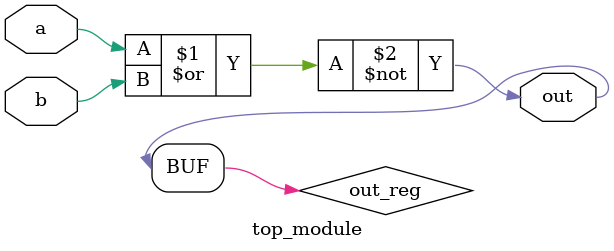
<source format=sv>
module top_module(
  input a,
  input b,
  output out
);

  reg out_reg;  // create a register to hold the value of the output

  // assign the value of out_reg to the logical negation of the logical OR of a and b
  assign out_reg = ~(a | b);

  // assign the value of out_reg to the output
  assign out = out_reg;

endmodule

</source>
